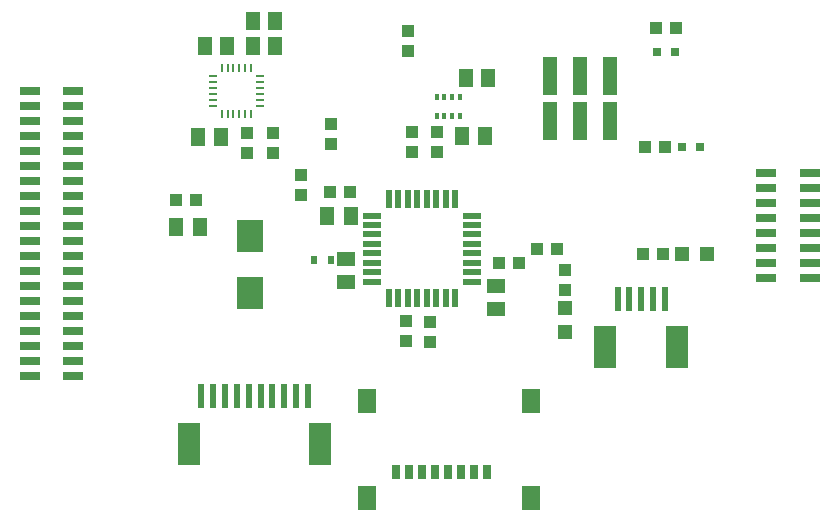
<source format=gbr>
G04 EAGLE Gerber RS-274X export*
G75*
%MOMM*%
%FSLAX34Y34*%
%LPD*%
%INSolderpaste Top*%
%IPPOS*%
%AMOC8*
5,1,8,0,0,1.08239X$1,22.5*%
G01*
%ADD10R,1.000000X1.100000*%
%ADD11R,1.300000X1.500000*%
%ADD12R,1.600000X1.300000*%
%ADD13R,1.300000X1.600000*%
%ADD14R,0.600000X0.800000*%
%ADD15R,0.800000X1.200000*%
%ADD16R,1.500000X2.000000*%
%ADD17R,1.100000X1.000000*%
%ADD18R,2.200000X2.800000*%
%ADD19R,0.790000X0.260000*%
%ADD20R,0.260000X0.790000*%
%ADD21R,0.350000X0.500000*%
%ADD22R,1.500000X0.550000*%
%ADD23R,0.550000X1.500000*%
%ADD24R,1.676400X0.736600*%
%ADD25R,0.560000X2.030000*%
%ADD26R,1.980000X3.560000*%
%ADD27R,1.270000X3.180000*%
%ADD28R,0.800000X0.800000*%
%ADD29R,1.200000X1.200000*%


D10*
X336907Y292110D03*
X319907Y292110D03*
D11*
X404116Y422306D03*
X385116Y422306D03*
X338765Y345860D03*
X357765Y345860D03*
X344297Y422241D03*
X363297Y422241D03*
X403728Y443561D03*
X384728Y443561D03*
D12*
X591246Y219724D03*
X591246Y199724D03*
D13*
X319907Y269026D03*
X339907Y269026D03*
D11*
X562232Y345932D03*
X581232Y345932D03*
X565072Y395694D03*
X584072Y395694D03*
D13*
X468015Y278217D03*
X448015Y278217D03*
D12*
X463489Y242595D03*
X463489Y222595D03*
D14*
X451142Y241483D03*
X437142Y241483D03*
D15*
X583204Y62036D03*
X572204Y62036D03*
X561204Y62036D03*
X550204Y62036D03*
X539204Y62036D03*
X528204Y62036D03*
X517204Y62036D03*
X506204Y62036D03*
D16*
X481504Y40036D03*
X481504Y122036D03*
X620404Y122036D03*
X620404Y40036D03*
D17*
X379996Y331931D03*
X379996Y348931D03*
D10*
X450498Y299260D03*
X467498Y299260D03*
D17*
X535122Y172134D03*
X535122Y189134D03*
X514267Y172386D03*
X514267Y189386D03*
D10*
X726019Y437670D03*
X743019Y437670D03*
D17*
X402292Y331804D03*
X402292Y348804D03*
D10*
X717268Y337180D03*
X734268Y337180D03*
D17*
X540992Y332581D03*
X540992Y349581D03*
X519743Y332523D03*
X519743Y349523D03*
X425470Y313003D03*
X425470Y296003D03*
X450792Y339199D03*
X450792Y356199D03*
X516376Y435560D03*
X516376Y418560D03*
D18*
X382567Y213779D03*
X382567Y261779D03*
D19*
X390741Y372065D03*
X390741Y377065D03*
X390741Y382065D03*
X390741Y387065D03*
X390741Y392065D03*
X390741Y397065D03*
D20*
X383541Y404265D03*
X378541Y404265D03*
X373541Y404265D03*
X368541Y404265D03*
X363541Y404265D03*
X358541Y404265D03*
D19*
X351341Y397065D03*
X351341Y392065D03*
X351341Y387065D03*
X351341Y382065D03*
X351341Y377065D03*
X351341Y372065D03*
D20*
X358541Y364865D03*
X363541Y364865D03*
X368541Y364865D03*
X373541Y364865D03*
X378541Y364865D03*
X383541Y364865D03*
D21*
X553695Y363082D03*
X553695Y379082D03*
X547195Y363082D03*
X547195Y379082D03*
X560195Y379082D03*
X560195Y363082D03*
X540695Y363082D03*
X540695Y379082D03*
D22*
X486195Y278961D03*
X486195Y270961D03*
X486195Y262961D03*
X486195Y254961D03*
X486195Y246961D03*
X486195Y238961D03*
X486195Y230961D03*
X486195Y222961D03*
D23*
X500195Y208961D03*
X508195Y208961D03*
X516195Y208961D03*
X524195Y208961D03*
X532195Y208961D03*
X540195Y208961D03*
X548195Y208961D03*
X556195Y208961D03*
D22*
X570195Y222961D03*
X570195Y230961D03*
X570195Y238961D03*
X570195Y246961D03*
X570195Y254961D03*
X570195Y262961D03*
X570195Y270961D03*
X570195Y278961D03*
D23*
X556195Y292961D03*
X548195Y292961D03*
X540195Y292961D03*
X532195Y292961D03*
X524195Y292961D03*
X516195Y292961D03*
X508195Y292961D03*
X500195Y292961D03*
D24*
X196215Y143510D03*
X233045Y143510D03*
X196215Y156210D03*
X233045Y156210D03*
X196215Y168910D03*
X233045Y168910D03*
X196215Y181610D03*
X233045Y181610D03*
X196215Y194310D03*
X233045Y194310D03*
X196215Y207010D03*
X233045Y207010D03*
X196215Y219710D03*
X233045Y219710D03*
X196215Y232410D03*
X233045Y232410D03*
X196215Y245110D03*
X233045Y245110D03*
X196215Y257810D03*
X233045Y257810D03*
X196215Y270510D03*
X233045Y270510D03*
X196215Y283210D03*
X233045Y283210D03*
X196215Y295910D03*
X233045Y295910D03*
X196215Y308610D03*
X233045Y308610D03*
X196215Y321310D03*
X233045Y321310D03*
X196215Y334010D03*
X233045Y334010D03*
X196215Y346710D03*
X233045Y346710D03*
X196215Y359410D03*
X233045Y359410D03*
X196215Y372110D03*
X233045Y372110D03*
X196215Y384810D03*
X233045Y384810D03*
X819785Y226060D03*
X856615Y226060D03*
X819785Y238760D03*
X856615Y238760D03*
X819785Y251460D03*
X856615Y251460D03*
X819785Y264160D03*
X856615Y264160D03*
X819785Y276860D03*
X856615Y276860D03*
X819785Y289560D03*
X856615Y289560D03*
X819785Y302260D03*
X856615Y302260D03*
X819785Y314960D03*
X856615Y314960D03*
D25*
X733820Y208021D03*
X723820Y208021D03*
X713820Y208021D03*
X703820Y208021D03*
X693820Y208021D03*
D26*
X744420Y167361D03*
X683220Y167361D03*
D25*
X431485Y126397D03*
X421485Y126397D03*
X411485Y126397D03*
X401485Y126397D03*
X391485Y126397D03*
X381485Y126397D03*
X371485Y126397D03*
X361485Y126397D03*
X351485Y126397D03*
X341485Y126397D03*
D26*
X442085Y85747D03*
X330885Y85747D03*
D27*
X687279Y396800D03*
X687279Y358700D03*
X661879Y396800D03*
X661879Y358700D03*
X636479Y396800D03*
X636479Y358700D03*
X687279Y396800D03*
X687279Y358700D03*
X661879Y396800D03*
X661879Y358700D03*
X636479Y396800D03*
X636479Y358700D03*
D17*
X649220Y232554D03*
X649220Y215554D03*
D10*
X715204Y246482D03*
X732204Y246482D03*
X610560Y238941D03*
X593560Y238941D03*
X642625Y250688D03*
X625625Y250688D03*
D28*
X727325Y417825D03*
X742325Y417825D03*
X763606Y336782D03*
X748606Y336782D03*
D29*
X648870Y179959D03*
X648870Y200959D03*
X769333Y246562D03*
X748333Y246562D03*
M02*

</source>
